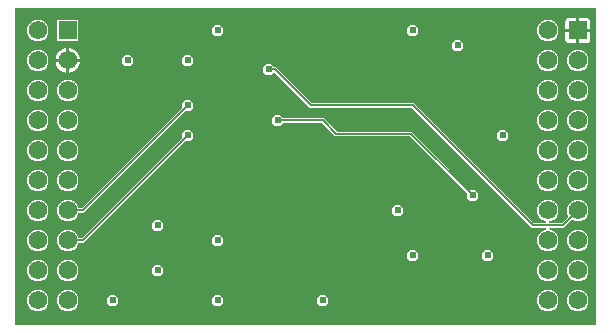
<source format=gbr>
G04 EAGLE Gerber RS-274X export*
G75*
%MOMM*%
%FSLAX34Y34*%
%LPD*%
%INBottom Copper*%
%IPPOS*%
%AMOC8*
5,1,8,0,0,1.08239X$1,22.5*%
G01*
%ADD10R,1.575000X1.575000*%
%ADD11C,1.575000*%
%ADD12C,0.610000*%
%ADD13C,0.152400*%

G36*
X493937Y2004D02*
X493937Y2004D01*
X493957Y2002D01*
X494058Y2024D01*
X494160Y2040D01*
X494178Y2050D01*
X494197Y2054D01*
X494286Y2107D01*
X494377Y2156D01*
X494391Y2170D01*
X494408Y2180D01*
X494476Y2259D01*
X494547Y2334D01*
X494555Y2352D01*
X494568Y2367D01*
X494607Y2463D01*
X494650Y2557D01*
X494653Y2577D01*
X494660Y2595D01*
X494678Y2762D01*
X494678Y270062D01*
X494675Y270082D01*
X494677Y270101D01*
X494655Y270203D01*
X494639Y270305D01*
X494629Y270322D01*
X494625Y270342D01*
X494572Y270431D01*
X494524Y270522D01*
X494509Y270536D01*
X494499Y270553D01*
X494420Y270620D01*
X494345Y270691D01*
X494327Y270700D01*
X494312Y270713D01*
X494216Y270752D01*
X494122Y270795D01*
X494102Y270797D01*
X494084Y270805D01*
X493917Y270823D01*
X2762Y270823D01*
X2742Y270820D01*
X2723Y270822D01*
X2621Y270800D01*
X2519Y270783D01*
X2502Y270774D01*
X2482Y270770D01*
X2393Y270717D01*
X2302Y270668D01*
X2288Y270654D01*
X2271Y270644D01*
X2204Y270565D01*
X2132Y270490D01*
X2124Y270472D01*
X2111Y270457D01*
X2072Y270361D01*
X2029Y270267D01*
X2027Y270247D01*
X2019Y270229D01*
X2001Y270062D01*
X2001Y2762D01*
X2004Y2742D01*
X2002Y2723D01*
X2024Y2621D01*
X2040Y2519D01*
X2050Y2502D01*
X2054Y2482D01*
X2107Y2393D01*
X2156Y2302D01*
X2170Y2288D01*
X2180Y2271D01*
X2259Y2204D01*
X2334Y2132D01*
X2352Y2124D01*
X2367Y2111D01*
X2463Y2072D01*
X2557Y2029D01*
X2577Y2027D01*
X2595Y2019D01*
X2762Y2001D01*
X493917Y2001D01*
X493937Y2004D01*
G37*
%LPC*%
G36*
X451571Y64514D02*
X451571Y64514D01*
X448209Y65907D01*
X445637Y68479D01*
X444244Y71841D01*
X444244Y75479D01*
X445637Y78841D01*
X448209Y81413D01*
X451708Y82863D01*
X451791Y82914D01*
X451877Y82960D01*
X451895Y82979D01*
X451917Y82992D01*
X451980Y83067D01*
X452047Y83138D01*
X452058Y83162D01*
X452074Y83182D01*
X452109Y83273D01*
X452150Y83361D01*
X452153Y83387D01*
X452162Y83411D01*
X452167Y83509D01*
X452177Y83605D01*
X452172Y83631D01*
X452173Y83657D01*
X452146Y83751D01*
X452125Y83846D01*
X452112Y83868D01*
X452104Y83893D01*
X452049Y83973D01*
X451999Y84057D01*
X451979Y84074D01*
X451964Y84095D01*
X451886Y84154D01*
X451812Y84217D01*
X451788Y84227D01*
X451767Y84242D01*
X451674Y84272D01*
X451584Y84309D01*
X451551Y84312D01*
X451533Y84318D01*
X451500Y84318D01*
X451417Y84327D01*
X439848Y84327D01*
X338471Y185704D01*
X338397Y185757D01*
X338328Y185817D01*
X338297Y185829D01*
X338271Y185848D01*
X338184Y185875D01*
X338099Y185909D01*
X338058Y185913D01*
X338036Y185920D01*
X338004Y185919D01*
X337933Y185927D01*
X251888Y185927D01*
X222046Y215770D01*
X222030Y215781D01*
X222017Y215797D01*
X221930Y215853D01*
X221846Y215913D01*
X221827Y215919D01*
X221810Y215930D01*
X221710Y215955D01*
X221611Y215985D01*
X221591Y215985D01*
X221572Y215990D01*
X221469Y215982D01*
X221365Y215979D01*
X221346Y215972D01*
X221326Y215971D01*
X221232Y215930D01*
X221134Y215895D01*
X221118Y215882D01*
X221100Y215874D01*
X220969Y215770D01*
X219065Y213865D01*
X215275Y213865D01*
X212595Y216545D01*
X212595Y220335D01*
X215275Y223015D01*
X219065Y223015D01*
X221384Y220696D01*
X221458Y220643D01*
X221527Y220583D01*
X221558Y220571D01*
X221584Y220552D01*
X221671Y220525D01*
X221756Y220491D01*
X221796Y220487D01*
X221819Y220480D01*
X221851Y220481D01*
X221922Y220473D01*
X223092Y220473D01*
X253349Y190216D01*
X253423Y190163D01*
X253492Y190103D01*
X253523Y190091D01*
X253549Y190072D01*
X253636Y190045D01*
X253721Y190011D01*
X253762Y190007D01*
X253784Y190000D01*
X253816Y190001D01*
X253887Y189993D01*
X339932Y189993D01*
X441309Y88616D01*
X441383Y88563D01*
X441452Y88503D01*
X441483Y88491D01*
X441509Y88472D01*
X441596Y88445D01*
X441681Y88411D01*
X441722Y88407D01*
X441744Y88400D01*
X441776Y88401D01*
X441847Y88393D01*
X451417Y88393D01*
X451513Y88408D01*
X451610Y88418D01*
X451634Y88428D01*
X451660Y88432D01*
X451746Y88478D01*
X451835Y88518D01*
X451854Y88535D01*
X451877Y88548D01*
X451944Y88618D01*
X452016Y88684D01*
X452029Y88707D01*
X452047Y88726D01*
X452088Y88814D01*
X452135Y88900D01*
X452139Y88925D01*
X452150Y88949D01*
X452161Y89046D01*
X452178Y89142D01*
X452174Y89168D01*
X452177Y89193D01*
X452157Y89289D01*
X452142Y89385D01*
X452131Y89408D01*
X452125Y89434D01*
X452075Y89517D01*
X452031Y89604D01*
X452012Y89623D01*
X451999Y89645D01*
X451925Y89708D01*
X451855Y89776D01*
X451827Y89792D01*
X451812Y89805D01*
X451781Y89817D01*
X451708Y89857D01*
X448209Y91307D01*
X445637Y93879D01*
X444244Y97241D01*
X444244Y100879D01*
X445637Y104241D01*
X448209Y106813D01*
X451571Y108206D01*
X455209Y108206D01*
X458571Y106813D01*
X461143Y104241D01*
X462536Y100879D01*
X462536Y97241D01*
X461143Y93879D01*
X458571Y91307D01*
X455072Y89857D01*
X454989Y89806D01*
X454903Y89760D01*
X454885Y89741D01*
X454863Y89728D01*
X454800Y89653D01*
X454733Y89582D01*
X454722Y89558D01*
X454706Y89538D01*
X454671Y89447D01*
X454630Y89359D01*
X454627Y89333D01*
X454618Y89309D01*
X454613Y89211D01*
X454603Y89115D01*
X454608Y89089D01*
X454607Y89063D01*
X454634Y88969D01*
X454655Y88874D01*
X454668Y88852D01*
X454676Y88827D01*
X454731Y88747D01*
X454781Y88663D01*
X454801Y88646D01*
X454816Y88625D01*
X454894Y88566D01*
X454968Y88503D01*
X454992Y88493D01*
X455013Y88478D01*
X455106Y88448D01*
X455196Y88411D01*
X455229Y88408D01*
X455247Y88402D01*
X455280Y88402D01*
X455363Y88393D01*
X464933Y88393D01*
X465023Y88407D01*
X465114Y88415D01*
X465143Y88427D01*
X465175Y88432D01*
X465256Y88475D01*
X465340Y88511D01*
X465372Y88537D01*
X465393Y88548D01*
X465415Y88571D01*
X465471Y88616D01*
X470589Y93733D01*
X470656Y93827D01*
X470726Y93922D01*
X470728Y93928D01*
X470732Y93933D01*
X470766Y94044D01*
X470803Y94156D01*
X470803Y94162D01*
X470804Y94168D01*
X470801Y94285D01*
X470800Y94402D01*
X470798Y94409D01*
X470798Y94414D01*
X470792Y94431D01*
X470754Y94563D01*
X469644Y97241D01*
X469644Y100879D01*
X471037Y104241D01*
X473609Y106813D01*
X476971Y108206D01*
X480609Y108206D01*
X483971Y106813D01*
X486543Y104241D01*
X487936Y100879D01*
X487936Y97241D01*
X486543Y93879D01*
X483971Y91307D01*
X480609Y89914D01*
X476971Y89914D01*
X474293Y91024D01*
X474227Y91039D01*
X474203Y91049D01*
X474172Y91052D01*
X474066Y91079D01*
X474059Y91078D01*
X474053Y91080D01*
X473937Y91069D01*
X473821Y91060D01*
X473815Y91057D01*
X473808Y91057D01*
X473701Y91009D01*
X473594Y90963D01*
X473588Y90959D01*
X473584Y90957D01*
X473570Y90944D01*
X473537Y90917D01*
X473527Y90912D01*
X473516Y90901D01*
X473463Y90859D01*
X466932Y84327D01*
X455363Y84327D01*
X455267Y84312D01*
X455170Y84302D01*
X455146Y84292D01*
X455120Y84288D01*
X455034Y84242D01*
X454945Y84202D01*
X454926Y84185D01*
X454903Y84172D01*
X454836Y84102D01*
X454764Y84036D01*
X454751Y84013D01*
X454733Y83994D01*
X454692Y83906D01*
X454645Y83820D01*
X454641Y83795D01*
X454630Y83771D01*
X454619Y83674D01*
X454602Y83578D01*
X454606Y83552D01*
X454603Y83527D01*
X454623Y83431D01*
X454638Y83335D01*
X454649Y83312D01*
X454655Y83286D01*
X454705Y83203D01*
X454749Y83116D01*
X454768Y83097D01*
X454781Y83075D01*
X454855Y83012D01*
X454925Y82944D01*
X454953Y82928D01*
X454968Y82915D01*
X454999Y82903D01*
X455072Y82863D01*
X458571Y81413D01*
X461143Y78841D01*
X462536Y75479D01*
X462536Y71841D01*
X461143Y68479D01*
X458571Y65907D01*
X455209Y64514D01*
X451571Y64514D01*
G37*
%LPD*%
%LPC*%
G36*
X387995Y107185D02*
X387995Y107185D01*
X385315Y109865D01*
X385315Y113145D01*
X385312Y113164D01*
X385314Y113183D01*
X385299Y113252D01*
X385293Y113326D01*
X385281Y113355D01*
X385276Y113387D01*
X385266Y113406D01*
X385262Y113423D01*
X385227Y113481D01*
X385197Y113552D01*
X385171Y113584D01*
X385160Y113605D01*
X385144Y113620D01*
X385136Y113634D01*
X385122Y113646D01*
X385092Y113683D01*
X337201Y161574D01*
X337127Y161627D01*
X337058Y161687D01*
X337027Y161699D01*
X337001Y161718D01*
X336914Y161745D01*
X336829Y161779D01*
X336788Y161783D01*
X336766Y161790D01*
X336734Y161789D01*
X336663Y161797D01*
X273478Y161797D01*
X262271Y173004D01*
X262197Y173057D01*
X262128Y173117D01*
X262097Y173129D01*
X262071Y173148D01*
X261984Y173175D01*
X261899Y173209D01*
X261858Y173213D01*
X261836Y173220D01*
X261804Y173219D01*
X261733Y173227D01*
X229542Y173227D01*
X229452Y173213D01*
X229361Y173205D01*
X229331Y173193D01*
X229299Y173188D01*
X229219Y173145D01*
X229135Y173109D01*
X229103Y173083D01*
X229082Y173072D01*
X229060Y173049D01*
X229004Y173004D01*
X226685Y170685D01*
X222895Y170685D01*
X220215Y173365D01*
X220215Y177155D01*
X222895Y179835D01*
X226685Y179835D01*
X229004Y177516D01*
X229078Y177463D01*
X229147Y177403D01*
X229178Y177391D01*
X229204Y177372D01*
X229291Y177345D01*
X229376Y177311D01*
X229416Y177307D01*
X229439Y177300D01*
X229471Y177301D01*
X229542Y177293D01*
X263732Y177293D01*
X274939Y166086D01*
X275013Y166033D01*
X275082Y165973D01*
X275113Y165961D01*
X275139Y165942D01*
X275226Y165915D01*
X275311Y165881D01*
X275352Y165877D01*
X275374Y165870D01*
X275406Y165871D01*
X275477Y165863D01*
X338662Y165863D01*
X387967Y116558D01*
X388041Y116505D01*
X388110Y116445D01*
X388141Y116433D01*
X388167Y116414D01*
X388254Y116387D01*
X388339Y116353D01*
X388380Y116349D01*
X388402Y116342D01*
X388434Y116343D01*
X388505Y116335D01*
X391785Y116335D01*
X394465Y113655D01*
X394465Y109865D01*
X391785Y107185D01*
X387995Y107185D01*
G37*
%LPD*%
%LPC*%
G36*
X45171Y64514D02*
X45171Y64514D01*
X41809Y65907D01*
X39237Y68479D01*
X37844Y71841D01*
X37844Y75479D01*
X39237Y78841D01*
X41809Y81413D01*
X45171Y82806D01*
X48809Y82806D01*
X52171Y81413D01*
X54743Y78841D01*
X55853Y76163D01*
X55914Y76063D01*
X55974Y75963D01*
X55979Y75959D01*
X55982Y75954D01*
X56072Y75879D01*
X56161Y75803D01*
X56167Y75801D01*
X56172Y75797D01*
X56280Y75755D01*
X56389Y75711D01*
X56397Y75710D01*
X56401Y75709D01*
X56420Y75708D01*
X56556Y75693D01*
X58533Y75693D01*
X58623Y75707D01*
X58714Y75715D01*
X58743Y75727D01*
X58775Y75732D01*
X58856Y75775D01*
X58940Y75811D01*
X58972Y75837D01*
X58993Y75848D01*
X59015Y75871D01*
X59071Y75916D01*
X143792Y160637D01*
X143845Y160711D01*
X143905Y160780D01*
X143917Y160811D01*
X143936Y160837D01*
X143963Y160924D01*
X143997Y161009D01*
X144001Y161050D01*
X144008Y161072D01*
X144007Y161104D01*
X144015Y161175D01*
X144015Y164455D01*
X146695Y167135D01*
X150485Y167135D01*
X153165Y164455D01*
X153165Y160665D01*
X150485Y157985D01*
X147205Y157985D01*
X147115Y157971D01*
X147024Y157963D01*
X146995Y157951D01*
X146963Y157946D01*
X146882Y157903D01*
X146798Y157867D01*
X146766Y157841D01*
X146745Y157830D01*
X146723Y157807D01*
X146667Y157762D01*
X60532Y71627D01*
X56556Y71627D01*
X56441Y71608D01*
X56325Y71591D01*
X56319Y71589D01*
X56313Y71588D01*
X56211Y71533D01*
X56106Y71480D01*
X56101Y71475D01*
X56096Y71472D01*
X56016Y71388D01*
X55933Y71304D01*
X55930Y71298D01*
X55926Y71294D01*
X55919Y71277D01*
X55853Y71157D01*
X54743Y68479D01*
X52171Y65907D01*
X48809Y64514D01*
X45171Y64514D01*
G37*
%LPD*%
%LPC*%
G36*
X45171Y89914D02*
X45171Y89914D01*
X41809Y91307D01*
X39237Y93879D01*
X37844Y97241D01*
X37844Y100879D01*
X39237Y104241D01*
X41809Y106813D01*
X45171Y108206D01*
X48809Y108206D01*
X52171Y106813D01*
X54743Y104241D01*
X55853Y101563D01*
X55914Y101463D01*
X55974Y101363D01*
X55979Y101359D01*
X55982Y101354D01*
X56072Y101279D01*
X56161Y101203D01*
X56167Y101201D01*
X56172Y101197D01*
X56280Y101155D01*
X56389Y101111D01*
X56397Y101110D01*
X56401Y101109D01*
X56420Y101108D01*
X56556Y101093D01*
X58533Y101093D01*
X58623Y101107D01*
X58714Y101115D01*
X58743Y101127D01*
X58775Y101132D01*
X58856Y101175D01*
X58940Y101211D01*
X58972Y101237D01*
X58993Y101248D01*
X59015Y101271D01*
X59071Y101316D01*
X143792Y186037D01*
X143845Y186111D01*
X143905Y186180D01*
X143917Y186211D01*
X143936Y186237D01*
X143963Y186324D01*
X143997Y186409D01*
X144001Y186450D01*
X144008Y186472D01*
X144007Y186504D01*
X144015Y186575D01*
X144015Y189855D01*
X146695Y192535D01*
X150485Y192535D01*
X153165Y189855D01*
X153165Y186065D01*
X150485Y183385D01*
X147205Y183385D01*
X147115Y183371D01*
X147024Y183363D01*
X146995Y183351D01*
X146963Y183346D01*
X146882Y183303D01*
X146798Y183267D01*
X146766Y183241D01*
X146745Y183230D01*
X146723Y183207D01*
X146667Y183162D01*
X61946Y98441D01*
X60532Y97027D01*
X56556Y97027D01*
X56441Y97008D01*
X56325Y96991D01*
X56319Y96989D01*
X56313Y96988D01*
X56211Y96933D01*
X56106Y96880D01*
X56101Y96875D01*
X56096Y96872D01*
X56016Y96788D01*
X55933Y96704D01*
X55930Y96698D01*
X55926Y96694D01*
X55919Y96677D01*
X55853Y96557D01*
X54743Y93879D01*
X52171Y91307D01*
X48809Y89914D01*
X45171Y89914D01*
G37*
%LPD*%
%LPC*%
G36*
X38589Y242314D02*
X38589Y242314D01*
X37844Y243059D01*
X37844Y259861D01*
X38589Y260606D01*
X55391Y260606D01*
X56136Y259861D01*
X56136Y243059D01*
X55391Y242314D01*
X38589Y242314D01*
G37*
%LPD*%
%LPC*%
G36*
X45171Y115314D02*
X45171Y115314D01*
X41809Y116707D01*
X39237Y119279D01*
X37844Y122641D01*
X37844Y126279D01*
X39237Y129641D01*
X41809Y132213D01*
X45171Y133606D01*
X48809Y133606D01*
X52171Y132213D01*
X54743Y129641D01*
X56136Y126279D01*
X56136Y122641D01*
X54743Y119279D01*
X52171Y116707D01*
X48809Y115314D01*
X45171Y115314D01*
G37*
%LPD*%
%LPC*%
G36*
X19771Y115314D02*
X19771Y115314D01*
X16409Y116707D01*
X13837Y119279D01*
X12444Y122641D01*
X12444Y126279D01*
X13837Y129641D01*
X16409Y132213D01*
X19771Y133606D01*
X23409Y133606D01*
X26771Y132213D01*
X29343Y129641D01*
X30736Y126279D01*
X30736Y122641D01*
X29343Y119279D01*
X26771Y116707D01*
X23409Y115314D01*
X19771Y115314D01*
G37*
%LPD*%
%LPC*%
G36*
X451571Y242314D02*
X451571Y242314D01*
X448209Y243707D01*
X445637Y246279D01*
X444244Y249641D01*
X444244Y253279D01*
X445637Y256641D01*
X448209Y259213D01*
X451571Y260606D01*
X455209Y260606D01*
X458571Y259213D01*
X461143Y256641D01*
X462536Y253279D01*
X462536Y249641D01*
X461143Y246279D01*
X458571Y243707D01*
X455209Y242314D01*
X451571Y242314D01*
G37*
%LPD*%
%LPC*%
G36*
X19771Y242314D02*
X19771Y242314D01*
X16409Y243707D01*
X13837Y246279D01*
X12444Y249641D01*
X12444Y253279D01*
X13837Y256641D01*
X16409Y259213D01*
X19771Y260606D01*
X23409Y260606D01*
X26771Y259213D01*
X29343Y256641D01*
X30736Y253279D01*
X30736Y249641D01*
X29343Y246279D01*
X26771Y243707D01*
X23409Y242314D01*
X19771Y242314D01*
G37*
%LPD*%
%LPC*%
G36*
X19771Y89914D02*
X19771Y89914D01*
X16409Y91307D01*
X13837Y93879D01*
X12444Y97241D01*
X12444Y100879D01*
X13837Y104241D01*
X16409Y106813D01*
X19771Y108206D01*
X23409Y108206D01*
X26771Y106813D01*
X29343Y104241D01*
X30736Y100879D01*
X30736Y97241D01*
X29343Y93879D01*
X26771Y91307D01*
X23409Y89914D01*
X19771Y89914D01*
G37*
%LPD*%
%LPC*%
G36*
X476971Y216914D02*
X476971Y216914D01*
X473609Y218307D01*
X471037Y220879D01*
X469644Y224241D01*
X469644Y227879D01*
X471037Y231241D01*
X473609Y233813D01*
X476971Y235206D01*
X480609Y235206D01*
X483971Y233813D01*
X486543Y231241D01*
X487936Y227879D01*
X487936Y224241D01*
X486543Y220879D01*
X483971Y218307D01*
X480609Y216914D01*
X476971Y216914D01*
G37*
%LPD*%
%LPC*%
G36*
X476971Y64514D02*
X476971Y64514D01*
X473609Y65907D01*
X471037Y68479D01*
X469644Y71841D01*
X469644Y75479D01*
X471037Y78841D01*
X473609Y81413D01*
X476971Y82806D01*
X480609Y82806D01*
X483971Y81413D01*
X486543Y78841D01*
X487936Y75479D01*
X487936Y71841D01*
X486543Y68479D01*
X483971Y65907D01*
X480609Y64514D01*
X476971Y64514D01*
G37*
%LPD*%
%LPC*%
G36*
X19771Y64514D02*
X19771Y64514D01*
X16409Y65907D01*
X13837Y68479D01*
X12444Y71841D01*
X12444Y75479D01*
X13837Y78841D01*
X16409Y81413D01*
X19771Y82806D01*
X23409Y82806D01*
X26771Y81413D01*
X29343Y78841D01*
X30736Y75479D01*
X30736Y71841D01*
X29343Y68479D01*
X26771Y65907D01*
X23409Y64514D01*
X19771Y64514D01*
G37*
%LPD*%
%LPC*%
G36*
X476971Y39114D02*
X476971Y39114D01*
X473609Y40507D01*
X471037Y43079D01*
X469644Y46441D01*
X469644Y50079D01*
X471037Y53441D01*
X473609Y56013D01*
X476971Y57406D01*
X480609Y57406D01*
X483971Y56013D01*
X486543Y53441D01*
X487936Y50079D01*
X487936Y46441D01*
X486543Y43079D01*
X483971Y40507D01*
X480609Y39114D01*
X476971Y39114D01*
G37*
%LPD*%
%LPC*%
G36*
X451571Y39114D02*
X451571Y39114D01*
X448209Y40507D01*
X445637Y43079D01*
X444244Y46441D01*
X444244Y50079D01*
X445637Y53441D01*
X448209Y56013D01*
X451571Y57406D01*
X455209Y57406D01*
X458571Y56013D01*
X461143Y53441D01*
X462536Y50079D01*
X462536Y46441D01*
X461143Y43079D01*
X458571Y40507D01*
X455209Y39114D01*
X451571Y39114D01*
G37*
%LPD*%
%LPC*%
G36*
X45171Y39114D02*
X45171Y39114D01*
X41809Y40507D01*
X39237Y43079D01*
X37844Y46441D01*
X37844Y50079D01*
X39237Y53441D01*
X41809Y56013D01*
X45171Y57406D01*
X48809Y57406D01*
X52171Y56013D01*
X54743Y53441D01*
X56136Y50079D01*
X56136Y46441D01*
X54743Y43079D01*
X52171Y40507D01*
X48809Y39114D01*
X45171Y39114D01*
G37*
%LPD*%
%LPC*%
G36*
X19771Y39114D02*
X19771Y39114D01*
X16409Y40507D01*
X13837Y43079D01*
X12444Y46441D01*
X12444Y50079D01*
X13837Y53441D01*
X16409Y56013D01*
X19771Y57406D01*
X23409Y57406D01*
X26771Y56013D01*
X29343Y53441D01*
X30736Y50079D01*
X30736Y46441D01*
X29343Y43079D01*
X26771Y40507D01*
X23409Y39114D01*
X19771Y39114D01*
G37*
%LPD*%
%LPC*%
G36*
X476971Y13714D02*
X476971Y13714D01*
X473609Y15107D01*
X471037Y17679D01*
X469644Y21041D01*
X469644Y24679D01*
X471037Y28041D01*
X473609Y30613D01*
X476971Y32006D01*
X480609Y32006D01*
X483971Y30613D01*
X486543Y28041D01*
X487936Y24679D01*
X487936Y21041D01*
X486543Y17679D01*
X483971Y15107D01*
X480609Y13714D01*
X476971Y13714D01*
G37*
%LPD*%
%LPC*%
G36*
X451571Y216914D02*
X451571Y216914D01*
X448209Y218307D01*
X445637Y220879D01*
X444244Y224241D01*
X444244Y227879D01*
X445637Y231241D01*
X448209Y233813D01*
X451571Y235206D01*
X455209Y235206D01*
X458571Y233813D01*
X461143Y231241D01*
X462536Y227879D01*
X462536Y224241D01*
X461143Y220879D01*
X458571Y218307D01*
X455209Y216914D01*
X451571Y216914D01*
G37*
%LPD*%
%LPC*%
G36*
X19771Y216914D02*
X19771Y216914D01*
X16409Y218307D01*
X13837Y220879D01*
X12444Y224241D01*
X12444Y227879D01*
X13837Y231241D01*
X16409Y233813D01*
X19771Y235206D01*
X23409Y235206D01*
X26771Y233813D01*
X29343Y231241D01*
X30736Y227879D01*
X30736Y224241D01*
X29343Y220879D01*
X26771Y218307D01*
X23409Y216914D01*
X19771Y216914D01*
G37*
%LPD*%
%LPC*%
G36*
X451571Y13714D02*
X451571Y13714D01*
X448209Y15107D01*
X445637Y17679D01*
X444244Y21041D01*
X444244Y24679D01*
X445637Y28041D01*
X448209Y30613D01*
X451571Y32006D01*
X455209Y32006D01*
X458571Y30613D01*
X461143Y28041D01*
X462536Y24679D01*
X462536Y21041D01*
X461143Y17679D01*
X458571Y15107D01*
X455209Y13714D01*
X451571Y13714D01*
G37*
%LPD*%
%LPC*%
G36*
X45171Y13714D02*
X45171Y13714D01*
X41809Y15107D01*
X39237Y17679D01*
X37844Y21041D01*
X37844Y24679D01*
X39237Y28041D01*
X41809Y30613D01*
X45171Y32006D01*
X48809Y32006D01*
X52171Y30613D01*
X54743Y28041D01*
X56136Y24679D01*
X56136Y21041D01*
X54743Y17679D01*
X52171Y15107D01*
X48809Y13714D01*
X45171Y13714D01*
G37*
%LPD*%
%LPC*%
G36*
X19771Y13714D02*
X19771Y13714D01*
X16409Y15107D01*
X13837Y17679D01*
X12444Y21041D01*
X12444Y24679D01*
X13837Y28041D01*
X16409Y30613D01*
X19771Y32006D01*
X23409Y32006D01*
X26771Y30613D01*
X29343Y28041D01*
X30736Y24679D01*
X30736Y21041D01*
X29343Y17679D01*
X26771Y15107D01*
X23409Y13714D01*
X19771Y13714D01*
G37*
%LPD*%
%LPC*%
G36*
X451571Y191514D02*
X451571Y191514D01*
X448209Y192907D01*
X445637Y195479D01*
X444244Y198841D01*
X444244Y202479D01*
X445637Y205841D01*
X448209Y208413D01*
X451571Y209806D01*
X455209Y209806D01*
X458571Y208413D01*
X461143Y205841D01*
X462536Y202479D01*
X462536Y198841D01*
X461143Y195479D01*
X458571Y192907D01*
X455209Y191514D01*
X451571Y191514D01*
G37*
%LPD*%
%LPC*%
G36*
X476971Y191514D02*
X476971Y191514D01*
X473609Y192907D01*
X471037Y195479D01*
X469644Y198841D01*
X469644Y202479D01*
X471037Y205841D01*
X473609Y208413D01*
X476971Y209806D01*
X480609Y209806D01*
X483971Y208413D01*
X486543Y205841D01*
X487936Y202479D01*
X487936Y198841D01*
X486543Y195479D01*
X483971Y192907D01*
X480609Y191514D01*
X476971Y191514D01*
G37*
%LPD*%
%LPC*%
G36*
X45171Y191514D02*
X45171Y191514D01*
X41809Y192907D01*
X39237Y195479D01*
X37844Y198841D01*
X37844Y202479D01*
X39237Y205841D01*
X41809Y208413D01*
X45171Y209806D01*
X48809Y209806D01*
X52171Y208413D01*
X54743Y205841D01*
X56136Y202479D01*
X56136Y198841D01*
X54743Y195479D01*
X52171Y192907D01*
X48809Y191514D01*
X45171Y191514D01*
G37*
%LPD*%
%LPC*%
G36*
X19771Y191514D02*
X19771Y191514D01*
X16409Y192907D01*
X13837Y195479D01*
X12444Y198841D01*
X12444Y202479D01*
X13837Y205841D01*
X16409Y208413D01*
X19771Y209806D01*
X23409Y209806D01*
X26771Y208413D01*
X29343Y205841D01*
X30736Y202479D01*
X30736Y198841D01*
X29343Y195479D01*
X26771Y192907D01*
X23409Y191514D01*
X19771Y191514D01*
G37*
%LPD*%
%LPC*%
G36*
X476971Y166114D02*
X476971Y166114D01*
X473609Y167507D01*
X471037Y170079D01*
X469644Y173441D01*
X469644Y177079D01*
X471037Y180441D01*
X473609Y183013D01*
X476971Y184406D01*
X480609Y184406D01*
X483971Y183013D01*
X486543Y180441D01*
X487936Y177079D01*
X487936Y173441D01*
X486543Y170079D01*
X483971Y167507D01*
X480609Y166114D01*
X476971Y166114D01*
G37*
%LPD*%
%LPC*%
G36*
X451571Y166114D02*
X451571Y166114D01*
X448209Y167507D01*
X445637Y170079D01*
X444244Y173441D01*
X444244Y177079D01*
X445637Y180441D01*
X448209Y183013D01*
X451571Y184406D01*
X455209Y184406D01*
X458571Y183013D01*
X461143Y180441D01*
X462536Y177079D01*
X462536Y173441D01*
X461143Y170079D01*
X458571Y167507D01*
X455209Y166114D01*
X451571Y166114D01*
G37*
%LPD*%
%LPC*%
G36*
X45171Y166114D02*
X45171Y166114D01*
X41809Y167507D01*
X39237Y170079D01*
X37844Y173441D01*
X37844Y177079D01*
X39237Y180441D01*
X41809Y183013D01*
X45171Y184406D01*
X48809Y184406D01*
X52171Y183013D01*
X54743Y180441D01*
X56136Y177079D01*
X56136Y173441D01*
X54743Y170079D01*
X52171Y167507D01*
X48809Y166114D01*
X45171Y166114D01*
G37*
%LPD*%
%LPC*%
G36*
X19771Y166114D02*
X19771Y166114D01*
X16409Y167507D01*
X13837Y170079D01*
X12444Y173441D01*
X12444Y177079D01*
X13837Y180441D01*
X16409Y183013D01*
X19771Y184406D01*
X23409Y184406D01*
X26771Y183013D01*
X29343Y180441D01*
X30736Y177079D01*
X30736Y173441D01*
X29343Y170079D01*
X26771Y167507D01*
X23409Y166114D01*
X19771Y166114D01*
G37*
%LPD*%
%LPC*%
G36*
X476971Y140714D02*
X476971Y140714D01*
X473609Y142107D01*
X471037Y144679D01*
X469644Y148041D01*
X469644Y151679D01*
X471037Y155041D01*
X473609Y157613D01*
X476971Y159006D01*
X480609Y159006D01*
X483971Y157613D01*
X486543Y155041D01*
X487936Y151679D01*
X487936Y148041D01*
X486543Y144679D01*
X483971Y142107D01*
X480609Y140714D01*
X476971Y140714D01*
G37*
%LPD*%
%LPC*%
G36*
X451571Y140714D02*
X451571Y140714D01*
X448209Y142107D01*
X445637Y144679D01*
X444244Y148041D01*
X444244Y151679D01*
X445637Y155041D01*
X448209Y157613D01*
X451571Y159006D01*
X455209Y159006D01*
X458571Y157613D01*
X461143Y155041D01*
X462536Y151679D01*
X462536Y148041D01*
X461143Y144679D01*
X458571Y142107D01*
X455209Y140714D01*
X451571Y140714D01*
G37*
%LPD*%
%LPC*%
G36*
X45171Y140714D02*
X45171Y140714D01*
X41809Y142107D01*
X39237Y144679D01*
X37844Y148041D01*
X37844Y151679D01*
X39237Y155041D01*
X41809Y157613D01*
X45171Y159006D01*
X48809Y159006D01*
X52171Y157613D01*
X54743Y155041D01*
X56136Y151679D01*
X56136Y148041D01*
X54743Y144679D01*
X52171Y142107D01*
X48809Y140714D01*
X45171Y140714D01*
G37*
%LPD*%
%LPC*%
G36*
X19771Y140714D02*
X19771Y140714D01*
X16409Y142107D01*
X13837Y144679D01*
X12444Y148041D01*
X12444Y151679D01*
X13837Y155041D01*
X16409Y157613D01*
X19771Y159006D01*
X23409Y159006D01*
X26771Y157613D01*
X29343Y155041D01*
X30736Y151679D01*
X30736Y148041D01*
X29343Y144679D01*
X26771Y142107D01*
X23409Y140714D01*
X19771Y140714D01*
G37*
%LPD*%
%LPC*%
G36*
X476971Y115314D02*
X476971Y115314D01*
X473609Y116707D01*
X471037Y119279D01*
X469644Y122641D01*
X469644Y126279D01*
X471037Y129641D01*
X473609Y132213D01*
X476971Y133606D01*
X480609Y133606D01*
X483971Y132213D01*
X486543Y129641D01*
X487936Y126279D01*
X487936Y122641D01*
X486543Y119279D01*
X483971Y116707D01*
X480609Y115314D01*
X476971Y115314D01*
G37*
%LPD*%
%LPC*%
G36*
X451571Y115314D02*
X451571Y115314D01*
X448209Y116707D01*
X445637Y119279D01*
X444244Y122641D01*
X444244Y126279D01*
X445637Y129641D01*
X448209Y132213D01*
X451571Y133606D01*
X455209Y133606D01*
X458571Y132213D01*
X461143Y129641D01*
X462536Y126279D01*
X462536Y122641D01*
X461143Y119279D01*
X458571Y116707D01*
X455209Y115314D01*
X451571Y115314D01*
G37*
%LPD*%
%LPC*%
G36*
X480313Y252983D02*
X480313Y252983D01*
X480313Y261876D01*
X486999Y261876D01*
X487646Y261703D01*
X488225Y261368D01*
X488698Y260895D01*
X489033Y260316D01*
X489206Y259669D01*
X489206Y252983D01*
X480313Y252983D01*
G37*
%LPD*%
%LPC*%
G36*
X468374Y252983D02*
X468374Y252983D01*
X468374Y259669D01*
X468547Y260316D01*
X468882Y260895D01*
X469355Y261368D01*
X469934Y261703D01*
X470581Y261876D01*
X477267Y261876D01*
X477267Y252983D01*
X468374Y252983D01*
G37*
%LPD*%
%LPC*%
G36*
X480313Y241044D02*
X480313Y241044D01*
X480313Y249937D01*
X489206Y249937D01*
X489206Y243251D01*
X489033Y242604D01*
X488698Y242025D01*
X488225Y241552D01*
X487646Y241217D01*
X486999Y241044D01*
X480313Y241044D01*
G37*
%LPD*%
%LPC*%
G36*
X470581Y241044D02*
X470581Y241044D01*
X469934Y241217D01*
X469355Y241552D01*
X468882Y242025D01*
X468547Y242604D01*
X468374Y243251D01*
X468374Y249937D01*
X477267Y249937D01*
X477267Y241044D01*
X470581Y241044D01*
G37*
%LPD*%
%LPC*%
G36*
X337195Y246885D02*
X337195Y246885D01*
X334515Y249565D01*
X334515Y253355D01*
X337195Y256035D01*
X340985Y256035D01*
X343665Y253355D01*
X343665Y249565D01*
X340985Y246885D01*
X337195Y246885D01*
G37*
%LPD*%
%LPC*%
G36*
X375295Y234185D02*
X375295Y234185D01*
X372615Y236865D01*
X372615Y240655D01*
X375295Y243335D01*
X379085Y243335D01*
X381765Y240655D01*
X381765Y236865D01*
X379085Y234185D01*
X375295Y234185D01*
G37*
%LPD*%
%LPC*%
G36*
X172095Y246885D02*
X172095Y246885D01*
X169415Y249565D01*
X169415Y253355D01*
X172095Y256035D01*
X175885Y256035D01*
X178565Y253355D01*
X178565Y249565D01*
X175885Y246885D01*
X172095Y246885D01*
G37*
%LPD*%
%LPC*%
G36*
X146695Y221485D02*
X146695Y221485D01*
X144015Y224165D01*
X144015Y227955D01*
X146695Y230635D01*
X150485Y230635D01*
X153165Y227955D01*
X153165Y224165D01*
X150485Y221485D01*
X146695Y221485D01*
G37*
%LPD*%
%LPC*%
G36*
X95895Y221485D02*
X95895Y221485D01*
X93215Y224165D01*
X93215Y227955D01*
X95895Y230635D01*
X99685Y230635D01*
X102365Y227955D01*
X102365Y224165D01*
X99685Y221485D01*
X95895Y221485D01*
G37*
%LPD*%
%LPC*%
G36*
X324495Y94485D02*
X324495Y94485D01*
X321815Y97165D01*
X321815Y100955D01*
X324495Y103635D01*
X328285Y103635D01*
X330965Y100955D01*
X330965Y97165D01*
X328285Y94485D01*
X324495Y94485D01*
G37*
%LPD*%
%LPC*%
G36*
X121295Y81785D02*
X121295Y81785D01*
X118615Y84465D01*
X118615Y88255D01*
X121295Y90935D01*
X125085Y90935D01*
X127765Y88255D01*
X127765Y84465D01*
X125085Y81785D01*
X121295Y81785D01*
G37*
%LPD*%
%LPC*%
G36*
X121295Y43685D02*
X121295Y43685D01*
X118615Y46365D01*
X118615Y50155D01*
X121295Y52835D01*
X125085Y52835D01*
X127765Y50155D01*
X127765Y46365D01*
X125085Y43685D01*
X121295Y43685D01*
G37*
%LPD*%
%LPC*%
G36*
X413395Y157985D02*
X413395Y157985D01*
X410715Y160665D01*
X410715Y164455D01*
X413395Y167135D01*
X417185Y167135D01*
X419865Y164455D01*
X419865Y160665D01*
X417185Y157985D01*
X413395Y157985D01*
G37*
%LPD*%
%LPC*%
G36*
X172095Y69085D02*
X172095Y69085D01*
X169415Y71765D01*
X169415Y75555D01*
X172095Y78235D01*
X175885Y78235D01*
X178565Y75555D01*
X178565Y71765D01*
X175885Y69085D01*
X172095Y69085D01*
G37*
%LPD*%
%LPC*%
G36*
X400695Y56385D02*
X400695Y56385D01*
X398015Y59065D01*
X398015Y62855D01*
X400695Y65535D01*
X404485Y65535D01*
X407165Y62855D01*
X407165Y59065D01*
X404485Y56385D01*
X400695Y56385D01*
G37*
%LPD*%
%LPC*%
G36*
X337195Y56385D02*
X337195Y56385D01*
X334515Y59065D01*
X334515Y62855D01*
X337195Y65535D01*
X340985Y65535D01*
X343665Y62855D01*
X343665Y59065D01*
X340985Y56385D01*
X337195Y56385D01*
G37*
%LPD*%
%LPC*%
G36*
X260995Y18285D02*
X260995Y18285D01*
X258315Y20965D01*
X258315Y24755D01*
X260995Y27435D01*
X264785Y27435D01*
X267465Y24755D01*
X267465Y20965D01*
X264785Y18285D01*
X260995Y18285D01*
G37*
%LPD*%
%LPC*%
G36*
X172095Y18285D02*
X172095Y18285D01*
X169415Y20965D01*
X169415Y24755D01*
X172095Y27435D01*
X175885Y27435D01*
X178565Y24755D01*
X178565Y20965D01*
X175885Y18285D01*
X172095Y18285D01*
G37*
%LPD*%
%LPC*%
G36*
X83195Y18285D02*
X83195Y18285D01*
X80515Y20965D01*
X80515Y24755D01*
X83195Y27435D01*
X86985Y27435D01*
X89665Y24755D01*
X89665Y20965D01*
X86985Y18285D01*
X83195Y18285D01*
G37*
%LPD*%
%LPC*%
G36*
X48513Y227583D02*
X48513Y227583D01*
X48513Y236364D01*
X49429Y236219D01*
X50988Y235713D01*
X52449Y234968D01*
X53775Y234005D01*
X54935Y232845D01*
X55898Y231519D01*
X56643Y230058D01*
X57149Y228499D01*
X57294Y227583D01*
X48513Y227583D01*
G37*
%LPD*%
%LPC*%
G36*
X36686Y227583D02*
X36686Y227583D01*
X36831Y228499D01*
X37337Y230058D01*
X38082Y231519D01*
X39045Y232845D01*
X40205Y234005D01*
X41531Y234968D01*
X42992Y235713D01*
X44551Y236219D01*
X45467Y236364D01*
X45467Y227583D01*
X36686Y227583D01*
G37*
%LPD*%
%LPC*%
G36*
X48513Y224537D02*
X48513Y224537D01*
X57294Y224537D01*
X57149Y223621D01*
X56643Y222062D01*
X55898Y220601D01*
X54935Y219275D01*
X53775Y218115D01*
X52449Y217152D01*
X50988Y216407D01*
X49429Y215901D01*
X48513Y215756D01*
X48513Y224537D01*
G37*
%LPD*%
%LPC*%
G36*
X44551Y215901D02*
X44551Y215901D01*
X42992Y216407D01*
X41531Y217152D01*
X40205Y218115D01*
X39045Y219275D01*
X38082Y220601D01*
X37337Y222062D01*
X36831Y223621D01*
X36686Y224537D01*
X45467Y224537D01*
X45467Y215756D01*
X44551Y215901D01*
G37*
%LPD*%
%LPC*%
G36*
X478789Y251459D02*
X478789Y251459D01*
X478789Y251461D01*
X478791Y251461D01*
X478791Y251459D01*
X478789Y251459D01*
G37*
%LPD*%
%LPC*%
G36*
X46989Y226059D02*
X46989Y226059D01*
X46989Y226061D01*
X46991Y226061D01*
X46991Y226059D01*
X46989Y226059D01*
G37*
%LPD*%
D10*
X46990Y251460D03*
D11*
X21590Y251460D03*
X46990Y226060D03*
X21590Y226060D03*
X46990Y200660D03*
X21590Y200660D03*
X46990Y175260D03*
X21590Y175260D03*
X46990Y149860D03*
X21590Y149860D03*
X46990Y124460D03*
X21590Y124460D03*
X46990Y99060D03*
X21590Y99060D03*
X46990Y73660D03*
X21590Y73660D03*
X46990Y48260D03*
X21590Y48260D03*
X46990Y22860D03*
X21590Y22860D03*
D10*
X478790Y251460D03*
D11*
X453390Y251460D03*
X478790Y226060D03*
X453390Y226060D03*
X478790Y200660D03*
X453390Y200660D03*
X478790Y175260D03*
X453390Y175260D03*
X478790Y149860D03*
X453390Y149860D03*
X478790Y124460D03*
X453390Y124460D03*
X478790Y99060D03*
X453390Y99060D03*
X478790Y73660D03*
X453390Y73660D03*
X478790Y48260D03*
X453390Y48260D03*
X478790Y22860D03*
X453390Y22860D03*
D12*
X326390Y99060D03*
X173990Y73660D03*
X173990Y22860D03*
X326390Y200660D03*
X326390Y175260D03*
X275590Y73660D03*
X173990Y99060D03*
X330200Y152400D03*
X330200Y127000D03*
X148590Y162560D03*
D13*
X59690Y73660D02*
X46990Y73660D01*
X59690Y73660D02*
X148590Y162560D01*
X339090Y187960D02*
X440690Y86360D01*
X339090Y187960D02*
X252730Y187960D01*
X222250Y218440D01*
X217170Y218440D01*
D12*
X217170Y218440D03*
D13*
X440690Y86360D02*
X466090Y86360D01*
X478790Y99060D01*
D12*
X389890Y111760D03*
D13*
X337820Y163830D01*
X274320Y163830D02*
X262890Y175260D01*
X224790Y175260D01*
X274320Y163830D02*
X337820Y163830D01*
D12*
X224790Y175260D03*
X148590Y187960D03*
D13*
X59690Y99060D02*
X46990Y99060D01*
X59690Y99060D02*
X148590Y187960D01*
D12*
X123190Y86360D03*
X123190Y48260D03*
X97790Y226060D03*
X148590Y226060D03*
X415290Y162560D03*
X377190Y238760D03*
X402590Y60960D03*
X339090Y60960D03*
X339090Y251460D03*
X173990Y251460D03*
X262890Y22860D03*
X85090Y22860D03*
M02*

</source>
